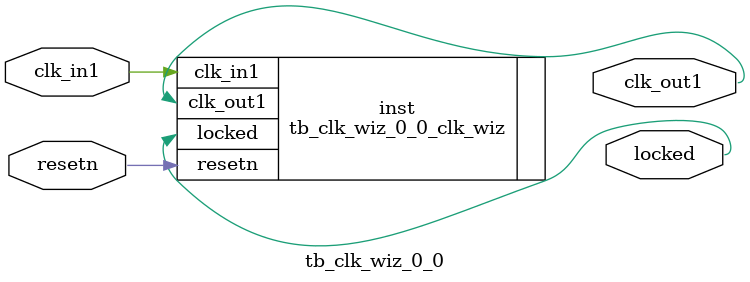
<source format=v>


`timescale 1ps/1ps

(* CORE_GENERATION_INFO = "tb_clk_wiz_0_0,clk_wiz_v6_0_9_0_0,{component_name=tb_clk_wiz_0_0,use_phase_alignment=true,use_min_o_jitter=false,use_max_i_jitter=false,use_dyn_phase_shift=false,use_inclk_switchover=false,use_dyn_reconfig=false,enable_axi=0,feedback_source=FDBK_AUTO,PRIMITIVE=MMCM,num_out_clk=1,clkin1_period=10.000,clkin2_period=10.000,use_power_down=false,use_reset=true,use_locked=true,use_inclk_stopped=false,feedback_type=SINGLE,CLOCK_MGR_TYPE=NA,manual_override=false}" *)

module tb_clk_wiz_0_0 
 (
  // Clock out ports
  output        clk_out1,
  // Status and control signals
  input         resetn,
  output        locked,
 // Clock in ports
  input         clk_in1
 );

  tb_clk_wiz_0_0_clk_wiz inst
  (
  // Clock out ports  
  .clk_out1(clk_out1),
  // Status and control signals               
  .resetn(resetn), 
  .locked(locked),
 // Clock in ports
  .clk_in1(clk_in1)
  );

endmodule

</source>
